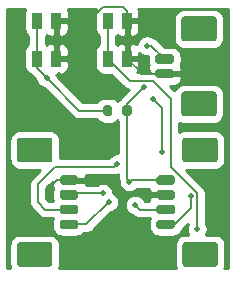
<source format=gbl>
G04 #@! TF.GenerationSoftware,KiCad,Pcbnew,(5.1.10)-1*
G04 #@! TF.CreationDate,2021-06-29T15:19:49+09:00*
G04 #@! TF.ProjectId,BLE_PPG_v1.1,424c455f-5050-4475-9f76-312e312e6b69,rev?*
G04 #@! TF.SameCoordinates,Original*
G04 #@! TF.FileFunction,Copper,L2,Bot*
G04 #@! TF.FilePolarity,Positive*
%FSLAX46Y46*%
G04 Gerber Fmt 4.6, Leading zero omitted, Abs format (unit mm)*
G04 Created by KiCad (PCBNEW (5.1.10)-1) date 2021-06-29 15:19:49*
%MOMM*%
%LPD*%
G01*
G04 APERTURE LIST*
G04 #@! TA.AperFunction,SMDPad,CuDef*
%ADD10R,0.812800X1.422400*%
G04 #@! TD*
G04 #@! TA.AperFunction,ViaPad*
%ADD11C,0.500000*%
G04 #@! TD*
G04 #@! TA.AperFunction,Conductor*
%ADD12C,0.203200*%
G04 #@! TD*
G04 #@! TA.AperFunction,Conductor*
%ADD13C,0.254000*%
G04 #@! TD*
G04 #@! TA.AperFunction,Conductor*
%ADD14C,0.100000*%
G04 #@! TD*
G04 APERTURE END LIST*
G04 #@! TA.AperFunction,SMDPad,CuDef*
G36*
G01*
X115750000Y-147125000D02*
X118250000Y-147125000D01*
G75*
G02*
X118500000Y-147375000I0J-250000D01*
G01*
X118500000Y-148975000D01*
G75*
G02*
X118250000Y-149225000I-250000J0D01*
G01*
X115750000Y-149225000D01*
G75*
G02*
X115500000Y-148975000I0J250000D01*
G01*
X115500000Y-147375000D01*
G75*
G02*
X115750000Y-147125000I250000J0D01*
G01*
G37*
G04 #@! TD.AperFunction*
G04 #@! TA.AperFunction,SMDPad,CuDef*
G36*
G01*
X115750000Y-138275000D02*
X118250000Y-138275000D01*
G75*
G02*
X118500000Y-138525000I0J-250000D01*
G01*
X118500000Y-140125000D01*
G75*
G02*
X118250000Y-140375000I-250000J0D01*
G01*
X115750000Y-140375000D01*
G75*
G02*
X115500000Y-140125000I0J250000D01*
G01*
X115500000Y-138525000D01*
G75*
G02*
X115750000Y-138275000I250000J0D01*
G01*
G37*
G04 #@! TD.AperFunction*
G04 #@! TA.AperFunction,SMDPad,CuDef*
G36*
G01*
X113500000Y-145225000D02*
X114700000Y-145225000D01*
G75*
G02*
X114900000Y-145425000I0J-200000D01*
G01*
X114900000Y-145825000D01*
G75*
G02*
X114700000Y-146025000I-200000J0D01*
G01*
X113500000Y-146025000D01*
G75*
G02*
X113300000Y-145825000I0J200000D01*
G01*
X113300000Y-145425000D01*
G75*
G02*
X113500000Y-145225000I200000J0D01*
G01*
G37*
G04 #@! TD.AperFunction*
G04 #@! TA.AperFunction,SMDPad,CuDef*
G36*
G01*
X113500000Y-143975000D02*
X114700000Y-143975000D01*
G75*
G02*
X114900000Y-144175000I0J-200000D01*
G01*
X114900000Y-144575000D01*
G75*
G02*
X114700000Y-144775000I-200000J0D01*
G01*
X113500000Y-144775000D01*
G75*
G02*
X113300000Y-144575000I0J200000D01*
G01*
X113300000Y-144175000D01*
G75*
G02*
X113500000Y-143975000I200000J0D01*
G01*
G37*
G04 #@! TD.AperFunction*
G04 #@! TA.AperFunction,SMDPad,CuDef*
G36*
G01*
X113500000Y-142725000D02*
X114700000Y-142725000D01*
G75*
G02*
X114900000Y-142925000I0J-200000D01*
G01*
X114900000Y-143325000D01*
G75*
G02*
X114700000Y-143525000I-200000J0D01*
G01*
X113500000Y-143525000D01*
G75*
G02*
X113300000Y-143325000I0J200000D01*
G01*
X113300000Y-142925000D01*
G75*
G02*
X113500000Y-142725000I200000J0D01*
G01*
G37*
G04 #@! TD.AperFunction*
G04 #@! TA.AperFunction,SMDPad,CuDef*
G36*
G01*
X113500000Y-141475000D02*
X114700000Y-141475000D01*
G75*
G02*
X114900000Y-141675000I0J-200000D01*
G01*
X114900000Y-142075000D01*
G75*
G02*
X114700000Y-142275000I-200000J0D01*
G01*
X113500000Y-142275000D01*
G75*
G02*
X113300000Y-142075000I0J200000D01*
G01*
X113300000Y-141675000D01*
G75*
G02*
X113500000Y-141475000I200000J0D01*
G01*
G37*
G04 #@! TD.AperFunction*
D10*
X103175000Y-131600200D03*
X104825000Y-131600200D03*
X104825000Y-128399800D03*
X103175000Y-128399800D03*
X109175000Y-131600200D03*
X110825000Y-131600200D03*
X110825000Y-128399800D03*
X109175000Y-128399800D03*
G04 #@! TA.AperFunction,SMDPad,CuDef*
G36*
G01*
X108775000Y-136275000D02*
X108775000Y-135725000D01*
G75*
G02*
X108975000Y-135525000I200000J0D01*
G01*
X109375000Y-135525000D01*
G75*
G02*
X109575000Y-135725000I0J-200000D01*
G01*
X109575000Y-136275000D01*
G75*
G02*
X109375000Y-136475000I-200000J0D01*
G01*
X108975000Y-136475000D01*
G75*
G02*
X108775000Y-136275000I0J200000D01*
G01*
G37*
G04 #@! TD.AperFunction*
G04 #@! TA.AperFunction,SMDPad,CuDef*
G36*
G01*
X110425000Y-136275000D02*
X110425000Y-135725000D01*
G75*
G02*
X110625000Y-135525000I200000J0D01*
G01*
X111025000Y-135525000D01*
G75*
G02*
X111225000Y-135725000I0J-200000D01*
G01*
X111225000Y-136275000D01*
G75*
G02*
X111025000Y-136475000I-200000J0D01*
G01*
X110625000Y-136475000D01*
G75*
G02*
X110425000Y-136275000I0J200000D01*
G01*
G37*
G04 #@! TD.AperFunction*
G04 #@! TA.AperFunction,SMDPad,CuDef*
G36*
G01*
X115649999Y-134375000D02*
X118150001Y-134375000D01*
G75*
G02*
X118400000Y-134624999I0J-249999D01*
G01*
X118400000Y-136225001D01*
G75*
G02*
X118150001Y-136475000I-249999J0D01*
G01*
X115649999Y-136475000D01*
G75*
G02*
X115400000Y-136225001I0J249999D01*
G01*
X115400000Y-134624999D01*
G75*
G02*
X115649999Y-134375000I249999J0D01*
G01*
G37*
G04 #@! TD.AperFunction*
G04 #@! TA.AperFunction,SMDPad,CuDef*
G36*
G01*
X115649999Y-128025000D02*
X118150001Y-128025000D01*
G75*
G02*
X118400000Y-128274999I0J-249999D01*
G01*
X118400000Y-129875001D01*
G75*
G02*
X118150001Y-130125000I-249999J0D01*
G01*
X115649999Y-130125000D01*
G75*
G02*
X115400000Y-129875001I0J249999D01*
G01*
X115400000Y-128274999D01*
G75*
G02*
X115649999Y-128025000I249999J0D01*
G01*
G37*
G04 #@! TD.AperFunction*
G04 #@! TA.AperFunction,SMDPad,CuDef*
G36*
G01*
X113400000Y-132475000D02*
X114600000Y-132475000D01*
G75*
G02*
X114800000Y-132675000I0J-200000D01*
G01*
X114800000Y-133075000D01*
G75*
G02*
X114600000Y-133275000I-200000J0D01*
G01*
X113400000Y-133275000D01*
G75*
G02*
X113200000Y-133075000I0J200000D01*
G01*
X113200000Y-132675000D01*
G75*
G02*
X113400000Y-132475000I200000J0D01*
G01*
G37*
G04 #@! TD.AperFunction*
G04 #@! TA.AperFunction,SMDPad,CuDef*
G36*
G01*
X113400000Y-131225000D02*
X114600000Y-131225000D01*
G75*
G02*
X114800000Y-131425000I0J-200000D01*
G01*
X114800000Y-131825000D01*
G75*
G02*
X114600000Y-132025000I-200000J0D01*
G01*
X113400000Y-132025000D01*
G75*
G02*
X113200000Y-131825000I0J200000D01*
G01*
X113200000Y-131425000D01*
G75*
G02*
X113400000Y-131225000I200000J0D01*
G01*
G37*
G04 #@! TD.AperFunction*
G04 #@! TA.AperFunction,SMDPad,CuDef*
G36*
G01*
X104250001Y-140375000D02*
X101749999Y-140375000D01*
G75*
G02*
X101500000Y-140125001I0J249999D01*
G01*
X101500000Y-138524999D01*
G75*
G02*
X101749999Y-138275000I249999J0D01*
G01*
X104250001Y-138275000D01*
G75*
G02*
X104500000Y-138524999I0J-249999D01*
G01*
X104500000Y-140125001D01*
G75*
G02*
X104250001Y-140375000I-249999J0D01*
G01*
G37*
G04 #@! TD.AperFunction*
G04 #@! TA.AperFunction,SMDPad,CuDef*
G36*
G01*
X104250001Y-149225000D02*
X101749999Y-149225000D01*
G75*
G02*
X101500000Y-148975001I0J249999D01*
G01*
X101500000Y-147374999D01*
G75*
G02*
X101749999Y-147125000I249999J0D01*
G01*
X104250001Y-147125000D01*
G75*
G02*
X104500000Y-147374999I0J-249999D01*
G01*
X104500000Y-148975001D01*
G75*
G02*
X104250001Y-149225000I-249999J0D01*
G01*
G37*
G04 #@! TD.AperFunction*
G04 #@! TA.AperFunction,SMDPad,CuDef*
G36*
G01*
X106500000Y-142275000D02*
X105300000Y-142275000D01*
G75*
G02*
X105100000Y-142075000I0J200000D01*
G01*
X105100000Y-141675000D01*
G75*
G02*
X105300000Y-141475000I200000J0D01*
G01*
X106500000Y-141475000D01*
G75*
G02*
X106700000Y-141675000I0J-200000D01*
G01*
X106700000Y-142075000D01*
G75*
G02*
X106500000Y-142275000I-200000J0D01*
G01*
G37*
G04 #@! TD.AperFunction*
G04 #@! TA.AperFunction,SMDPad,CuDef*
G36*
G01*
X106500000Y-143525000D02*
X105300000Y-143525000D01*
G75*
G02*
X105100000Y-143325000I0J200000D01*
G01*
X105100000Y-142925000D01*
G75*
G02*
X105300000Y-142725000I200000J0D01*
G01*
X106500000Y-142725000D01*
G75*
G02*
X106700000Y-142925000I0J-200000D01*
G01*
X106700000Y-143325000D01*
G75*
G02*
X106500000Y-143525000I-200000J0D01*
G01*
G37*
G04 #@! TD.AperFunction*
G04 #@! TA.AperFunction,SMDPad,CuDef*
G36*
G01*
X106500000Y-144775000D02*
X105300000Y-144775000D01*
G75*
G02*
X105100000Y-144575000I0J200000D01*
G01*
X105100000Y-144175000D01*
G75*
G02*
X105300000Y-143975000I200000J0D01*
G01*
X106500000Y-143975000D01*
G75*
G02*
X106700000Y-144175000I0J-200000D01*
G01*
X106700000Y-144575000D01*
G75*
G02*
X106500000Y-144775000I-200000J0D01*
G01*
G37*
G04 #@! TD.AperFunction*
G04 #@! TA.AperFunction,SMDPad,CuDef*
G36*
G01*
X106500000Y-146025000D02*
X105300000Y-146025000D01*
G75*
G02*
X105100000Y-145825000I0J200000D01*
G01*
X105100000Y-145425000D01*
G75*
G02*
X105300000Y-145225000I200000J0D01*
G01*
X106500000Y-145225000D01*
G75*
G02*
X106700000Y-145425000I0J-200000D01*
G01*
X106700000Y-145825000D01*
G75*
G02*
X106500000Y-146025000I-200000J0D01*
G01*
G37*
G04 #@! TD.AperFunction*
D11*
X107250000Y-128750000D03*
X104250000Y-142500000D03*
X111987400Y-132762600D03*
X109375000Y-141875000D03*
X108750000Y-143000000D03*
X110000000Y-140500000D03*
X112500000Y-130500000D03*
X111000000Y-142000000D03*
X109250000Y-143750000D03*
X112250000Y-134000000D03*
X116750000Y-146000000D03*
X116250000Y-143250000D03*
X111500000Y-144000000D03*
X113750000Y-139500000D03*
X113000000Y-135000000D03*
X104000000Y-133250000D03*
D12*
X106899800Y-128399800D02*
X104825000Y-128399800D01*
X107250000Y-128750000D02*
X106899800Y-128399800D01*
X110825000Y-128399800D02*
X110825000Y-127575000D01*
X110825000Y-127575000D02*
X110500000Y-127250000D01*
X108750000Y-127250000D02*
X107250000Y-128750000D01*
X110500000Y-127250000D02*
X108750000Y-127250000D01*
X110825000Y-128399800D02*
X110825000Y-131600200D01*
X112099800Y-132875000D02*
X114000000Y-132875000D01*
X104875000Y-141875000D02*
X105900000Y-141875000D01*
X104250000Y-142500000D02*
X104875000Y-141875000D01*
X105900000Y-141875000D02*
X109375000Y-141875000D01*
X110625000Y-143125000D02*
X114100000Y-143125000D01*
X109375000Y-141875000D02*
X110625000Y-143125000D01*
X111987400Y-132762600D02*
X112099800Y-132875000D01*
X110825000Y-131600200D02*
X111987400Y-132762600D01*
X106025000Y-143000000D02*
X105900000Y-143125000D01*
X108750000Y-143000000D02*
X106025000Y-143000000D01*
X109750001Y-140749999D02*
X104750001Y-140749999D01*
X110000000Y-140500000D02*
X109750001Y-140749999D01*
X104750001Y-140749999D02*
X103250000Y-142250000D01*
X103250000Y-142250000D02*
X103250000Y-143750000D01*
X103875000Y-144375000D02*
X105900000Y-144375000D01*
X103250000Y-143750000D02*
X103875000Y-144375000D01*
X112875000Y-130500000D02*
X114000000Y-131625000D01*
X112500000Y-130500000D02*
X112875000Y-130500000D01*
X111125000Y-141875000D02*
X111000000Y-142000000D01*
X114100000Y-141875000D02*
X111125000Y-141875000D01*
X107375000Y-145625000D02*
X105900000Y-145625000D01*
X109250000Y-143750000D02*
X107375000Y-145625000D01*
X110825000Y-141825000D02*
X111000000Y-142000000D01*
X110825000Y-136000000D02*
X110825000Y-141825000D01*
X110825000Y-135425000D02*
X112250000Y-134000000D01*
X110825000Y-136000000D02*
X110825000Y-135425000D01*
X109175000Y-128399800D02*
X109175000Y-131600200D01*
X111070799Y-133495999D02*
X112995999Y-133495999D01*
X109175000Y-131600200D02*
X111070799Y-133495999D01*
X112995999Y-133495999D02*
X114500000Y-135000000D01*
X116754001Y-145995999D02*
X116750000Y-146000000D01*
X116754001Y-143008079D02*
X116754001Y-145995999D01*
X114500000Y-140754078D02*
X116754001Y-143008079D01*
X114500000Y-135000000D02*
X114500000Y-140754078D01*
X114900000Y-145625000D02*
X114100000Y-145625000D01*
X116250000Y-144275000D02*
X114900000Y-145625000D01*
X116250000Y-143250000D02*
X116250000Y-144275000D01*
X114100000Y-144375000D02*
X111875000Y-144375000D01*
X111875000Y-144375000D02*
X111500000Y-144000000D01*
X113750000Y-135750000D02*
X113000000Y-135000000D01*
X113750000Y-139500000D02*
X113750000Y-135750000D01*
X103175000Y-132425000D02*
X104000000Y-133250000D01*
X103175000Y-128399800D02*
X103175000Y-132425000D01*
X106750000Y-136000000D02*
X104000000Y-133250000D01*
X109175000Y-136000000D02*
X106750000Y-136000000D01*
D13*
X119340001Y-149340000D02*
X119057029Y-149340000D01*
X119070472Y-149314850D01*
X119121008Y-149148254D01*
X119138072Y-148975000D01*
X119138072Y-147375000D01*
X119121008Y-147201746D01*
X119070472Y-147035150D01*
X118988405Y-146881614D01*
X118877962Y-146747038D01*
X118743386Y-146636595D01*
X118589850Y-146554528D01*
X118423254Y-146503992D01*
X118250000Y-146486928D01*
X117489026Y-146486928D01*
X117534277Y-146419205D01*
X117600990Y-146258145D01*
X117635000Y-146087165D01*
X117635000Y-145912835D01*
X117600990Y-145741855D01*
X117534277Y-145580795D01*
X117490601Y-145515430D01*
X117490601Y-143044265D01*
X117494165Y-143008079D01*
X117479943Y-142863680D01*
X117477492Y-142855601D01*
X117437823Y-142724830D01*
X117369425Y-142596866D01*
X117343408Y-142565164D01*
X117300443Y-142512811D01*
X117300438Y-142512806D01*
X117277375Y-142484704D01*
X117249274Y-142461642D01*
X115800703Y-141013072D01*
X118250000Y-141013072D01*
X118423254Y-140996008D01*
X118589850Y-140945472D01*
X118743386Y-140863405D01*
X118877962Y-140752962D01*
X118988405Y-140618386D01*
X119070472Y-140464850D01*
X119121008Y-140298254D01*
X119138072Y-140125000D01*
X119138072Y-138525000D01*
X119121008Y-138351746D01*
X119070472Y-138185150D01*
X118988405Y-138031614D01*
X118877962Y-137897038D01*
X118743386Y-137786595D01*
X118589850Y-137704528D01*
X118423254Y-137653992D01*
X118250000Y-137636928D01*
X115750000Y-137636928D01*
X115576746Y-137653992D01*
X115410150Y-137704528D01*
X115256614Y-137786595D01*
X115236600Y-137803020D01*
X115236600Y-137006159D01*
X115310149Y-137045472D01*
X115476745Y-137096008D01*
X115649999Y-137113072D01*
X118150001Y-137113072D01*
X118323255Y-137096008D01*
X118489851Y-137045472D01*
X118643387Y-136963405D01*
X118777962Y-136852962D01*
X118888405Y-136718387D01*
X118970472Y-136564851D01*
X119021008Y-136398255D01*
X119038072Y-136225001D01*
X119038072Y-134624999D01*
X119021008Y-134451745D01*
X118970472Y-134285149D01*
X118888405Y-134131613D01*
X118777962Y-133997038D01*
X118643387Y-133886595D01*
X118489851Y-133804528D01*
X118323255Y-133753992D01*
X118150001Y-133736928D01*
X115649999Y-133736928D01*
X115476745Y-133753992D01*
X115310149Y-133804528D01*
X115156613Y-133886595D01*
X115022038Y-133997038D01*
X114911595Y-134131613D01*
X114829528Y-134285149D01*
X114828907Y-134287197D01*
X114452707Y-133910997D01*
X114800000Y-133913072D01*
X114924482Y-133900812D01*
X115044180Y-133864502D01*
X115154494Y-133805537D01*
X115251185Y-133726185D01*
X115330537Y-133629494D01*
X115389502Y-133519180D01*
X115425812Y-133399482D01*
X115438072Y-133275000D01*
X115435000Y-133160750D01*
X115276250Y-133002000D01*
X114127000Y-133002000D01*
X114127000Y-133022000D01*
X113873000Y-133022000D01*
X113873000Y-133002000D01*
X113853000Y-133002000D01*
X113853000Y-132748000D01*
X113873000Y-132748000D01*
X113873000Y-132728000D01*
X114127000Y-132728000D01*
X114127000Y-132748000D01*
X115276250Y-132748000D01*
X115435000Y-132589250D01*
X115438072Y-132475000D01*
X115425812Y-132350518D01*
X115389502Y-132230820D01*
X115359145Y-132174027D01*
X115374278Y-132145716D01*
X115421969Y-131988500D01*
X115438072Y-131825000D01*
X115438072Y-131425000D01*
X115421969Y-131261500D01*
X115374278Y-131104284D01*
X115296831Y-130959392D01*
X115192606Y-130832394D01*
X115065608Y-130728169D01*
X114920716Y-130650722D01*
X114763500Y-130603031D01*
X114600000Y-130586928D01*
X114003638Y-130586928D01*
X113421445Y-130004736D01*
X113398375Y-129976625D01*
X113286213Y-129884576D01*
X113158249Y-129816178D01*
X113019399Y-129774058D01*
X113004281Y-129772569D01*
X112919205Y-129715723D01*
X112758145Y-129649010D01*
X112587165Y-129615000D01*
X112412835Y-129615000D01*
X112241855Y-129649010D01*
X112080795Y-129715723D01*
X111935845Y-129812576D01*
X111812576Y-129935845D01*
X111715723Y-130080795D01*
X111649010Y-130241855D01*
X111620213Y-130386628D01*
X111585894Y-130358463D01*
X111475580Y-130299498D01*
X111355882Y-130263188D01*
X111231400Y-130250928D01*
X111110750Y-130254000D01*
X110952000Y-130412750D01*
X110952000Y-131473200D01*
X111707650Y-131473200D01*
X111866400Y-131314450D01*
X111867808Y-131119387D01*
X111935845Y-131187424D01*
X112080795Y-131284277D01*
X112241855Y-131350990D01*
X112412835Y-131385000D01*
X112565868Y-131385000D01*
X112561928Y-131425000D01*
X112561928Y-131825000D01*
X112578031Y-131988500D01*
X112625722Y-132145716D01*
X112640855Y-132174027D01*
X112610498Y-132230820D01*
X112574188Y-132350518D01*
X112561928Y-132475000D01*
X112565000Y-132589250D01*
X112723748Y-132747998D01*
X112565000Y-132747998D01*
X112565000Y-132759399D01*
X111685200Y-132759399D01*
X111761937Y-132665894D01*
X111820902Y-132555580D01*
X111857212Y-132435882D01*
X111869472Y-132311400D01*
X111866400Y-131885950D01*
X111707650Y-131727200D01*
X110952000Y-131727200D01*
X110952000Y-131747200D01*
X110698000Y-131747200D01*
X110698000Y-131727200D01*
X110678000Y-131727200D01*
X110678000Y-131473200D01*
X110698000Y-131473200D01*
X110698000Y-130412750D01*
X110539250Y-130254000D01*
X110418600Y-130250928D01*
X110294118Y-130263188D01*
X110174420Y-130299498D01*
X110064106Y-130358463D01*
X110000000Y-130411073D01*
X109935894Y-130358463D01*
X109911600Y-130345477D01*
X109911600Y-129654523D01*
X109935894Y-129641537D01*
X110000000Y-129588927D01*
X110064106Y-129641537D01*
X110174420Y-129700502D01*
X110294118Y-129736812D01*
X110418600Y-129749072D01*
X110539250Y-129746000D01*
X110698000Y-129587250D01*
X110698000Y-128526800D01*
X110952000Y-128526800D01*
X110952000Y-129587250D01*
X111110750Y-129746000D01*
X111231400Y-129749072D01*
X111355882Y-129736812D01*
X111475580Y-129700502D01*
X111585894Y-129641537D01*
X111682585Y-129562185D01*
X111761937Y-129465494D01*
X111820902Y-129355180D01*
X111857212Y-129235482D01*
X111869472Y-129111000D01*
X111866400Y-128685550D01*
X111707650Y-128526800D01*
X110952000Y-128526800D01*
X110698000Y-128526800D01*
X110678000Y-128526800D01*
X110678000Y-128274999D01*
X114761928Y-128274999D01*
X114761928Y-129875001D01*
X114778992Y-130048255D01*
X114829528Y-130214851D01*
X114911595Y-130368387D01*
X115022038Y-130502962D01*
X115156613Y-130613405D01*
X115310149Y-130695472D01*
X115476745Y-130746008D01*
X115649999Y-130763072D01*
X118150001Y-130763072D01*
X118323255Y-130746008D01*
X118489851Y-130695472D01*
X118643387Y-130613405D01*
X118777962Y-130502962D01*
X118888405Y-130368387D01*
X118970472Y-130214851D01*
X119021008Y-130048255D01*
X119038072Y-129875001D01*
X119038072Y-128274999D01*
X119021008Y-128101745D01*
X118970472Y-127935149D01*
X118888405Y-127781613D01*
X118777962Y-127647038D01*
X118643387Y-127536595D01*
X118489851Y-127454528D01*
X118323255Y-127403992D01*
X118150001Y-127386928D01*
X115649999Y-127386928D01*
X115476745Y-127403992D01*
X115310149Y-127454528D01*
X115156613Y-127536595D01*
X115022038Y-127647038D01*
X114911595Y-127781613D01*
X114829528Y-127935149D01*
X114778992Y-128101745D01*
X114761928Y-128274999D01*
X110678000Y-128274999D01*
X110678000Y-128272800D01*
X110698000Y-128272800D01*
X110698000Y-128252800D01*
X110952000Y-128252800D01*
X110952000Y-128272800D01*
X111707650Y-128272800D01*
X111866400Y-128114050D01*
X111869472Y-127688600D01*
X111857212Y-127564118D01*
X111820902Y-127444420D01*
X111784865Y-127377000D01*
X119340000Y-127377000D01*
X119340001Y-149340000D01*
G04 #@! TA.AperFunction,Conductor*
D14*
G36*
X119340001Y-149340000D02*
G01*
X119057029Y-149340000D01*
X119070472Y-149314850D01*
X119121008Y-149148254D01*
X119138072Y-148975000D01*
X119138072Y-147375000D01*
X119121008Y-147201746D01*
X119070472Y-147035150D01*
X118988405Y-146881614D01*
X118877962Y-146747038D01*
X118743386Y-146636595D01*
X118589850Y-146554528D01*
X118423254Y-146503992D01*
X118250000Y-146486928D01*
X117489026Y-146486928D01*
X117534277Y-146419205D01*
X117600990Y-146258145D01*
X117635000Y-146087165D01*
X117635000Y-145912835D01*
X117600990Y-145741855D01*
X117534277Y-145580795D01*
X117490601Y-145515430D01*
X117490601Y-143044265D01*
X117494165Y-143008079D01*
X117479943Y-142863680D01*
X117477492Y-142855601D01*
X117437823Y-142724830D01*
X117369425Y-142596866D01*
X117343408Y-142565164D01*
X117300443Y-142512811D01*
X117300438Y-142512806D01*
X117277375Y-142484704D01*
X117249274Y-142461642D01*
X115800703Y-141013072D01*
X118250000Y-141013072D01*
X118423254Y-140996008D01*
X118589850Y-140945472D01*
X118743386Y-140863405D01*
X118877962Y-140752962D01*
X118988405Y-140618386D01*
X119070472Y-140464850D01*
X119121008Y-140298254D01*
X119138072Y-140125000D01*
X119138072Y-138525000D01*
X119121008Y-138351746D01*
X119070472Y-138185150D01*
X118988405Y-138031614D01*
X118877962Y-137897038D01*
X118743386Y-137786595D01*
X118589850Y-137704528D01*
X118423254Y-137653992D01*
X118250000Y-137636928D01*
X115750000Y-137636928D01*
X115576746Y-137653992D01*
X115410150Y-137704528D01*
X115256614Y-137786595D01*
X115236600Y-137803020D01*
X115236600Y-137006159D01*
X115310149Y-137045472D01*
X115476745Y-137096008D01*
X115649999Y-137113072D01*
X118150001Y-137113072D01*
X118323255Y-137096008D01*
X118489851Y-137045472D01*
X118643387Y-136963405D01*
X118777962Y-136852962D01*
X118888405Y-136718387D01*
X118970472Y-136564851D01*
X119021008Y-136398255D01*
X119038072Y-136225001D01*
X119038072Y-134624999D01*
X119021008Y-134451745D01*
X118970472Y-134285149D01*
X118888405Y-134131613D01*
X118777962Y-133997038D01*
X118643387Y-133886595D01*
X118489851Y-133804528D01*
X118323255Y-133753992D01*
X118150001Y-133736928D01*
X115649999Y-133736928D01*
X115476745Y-133753992D01*
X115310149Y-133804528D01*
X115156613Y-133886595D01*
X115022038Y-133997038D01*
X114911595Y-134131613D01*
X114829528Y-134285149D01*
X114828907Y-134287197D01*
X114452707Y-133910997D01*
X114800000Y-133913072D01*
X114924482Y-133900812D01*
X115044180Y-133864502D01*
X115154494Y-133805537D01*
X115251185Y-133726185D01*
X115330537Y-133629494D01*
X115389502Y-133519180D01*
X115425812Y-133399482D01*
X115438072Y-133275000D01*
X115435000Y-133160750D01*
X115276250Y-133002000D01*
X114127000Y-133002000D01*
X114127000Y-133022000D01*
X113873000Y-133022000D01*
X113873000Y-133002000D01*
X113853000Y-133002000D01*
X113853000Y-132748000D01*
X113873000Y-132748000D01*
X113873000Y-132728000D01*
X114127000Y-132728000D01*
X114127000Y-132748000D01*
X115276250Y-132748000D01*
X115435000Y-132589250D01*
X115438072Y-132475000D01*
X115425812Y-132350518D01*
X115389502Y-132230820D01*
X115359145Y-132174027D01*
X115374278Y-132145716D01*
X115421969Y-131988500D01*
X115438072Y-131825000D01*
X115438072Y-131425000D01*
X115421969Y-131261500D01*
X115374278Y-131104284D01*
X115296831Y-130959392D01*
X115192606Y-130832394D01*
X115065608Y-130728169D01*
X114920716Y-130650722D01*
X114763500Y-130603031D01*
X114600000Y-130586928D01*
X114003638Y-130586928D01*
X113421445Y-130004736D01*
X113398375Y-129976625D01*
X113286213Y-129884576D01*
X113158249Y-129816178D01*
X113019399Y-129774058D01*
X113004281Y-129772569D01*
X112919205Y-129715723D01*
X112758145Y-129649010D01*
X112587165Y-129615000D01*
X112412835Y-129615000D01*
X112241855Y-129649010D01*
X112080795Y-129715723D01*
X111935845Y-129812576D01*
X111812576Y-129935845D01*
X111715723Y-130080795D01*
X111649010Y-130241855D01*
X111620213Y-130386628D01*
X111585894Y-130358463D01*
X111475580Y-130299498D01*
X111355882Y-130263188D01*
X111231400Y-130250928D01*
X111110750Y-130254000D01*
X110952000Y-130412750D01*
X110952000Y-131473200D01*
X111707650Y-131473200D01*
X111866400Y-131314450D01*
X111867808Y-131119387D01*
X111935845Y-131187424D01*
X112080795Y-131284277D01*
X112241855Y-131350990D01*
X112412835Y-131385000D01*
X112565868Y-131385000D01*
X112561928Y-131425000D01*
X112561928Y-131825000D01*
X112578031Y-131988500D01*
X112625722Y-132145716D01*
X112640855Y-132174027D01*
X112610498Y-132230820D01*
X112574188Y-132350518D01*
X112561928Y-132475000D01*
X112565000Y-132589250D01*
X112723748Y-132747998D01*
X112565000Y-132747998D01*
X112565000Y-132759399D01*
X111685200Y-132759399D01*
X111761937Y-132665894D01*
X111820902Y-132555580D01*
X111857212Y-132435882D01*
X111869472Y-132311400D01*
X111866400Y-131885950D01*
X111707650Y-131727200D01*
X110952000Y-131727200D01*
X110952000Y-131747200D01*
X110698000Y-131747200D01*
X110698000Y-131727200D01*
X110678000Y-131727200D01*
X110678000Y-131473200D01*
X110698000Y-131473200D01*
X110698000Y-130412750D01*
X110539250Y-130254000D01*
X110418600Y-130250928D01*
X110294118Y-130263188D01*
X110174420Y-130299498D01*
X110064106Y-130358463D01*
X110000000Y-130411073D01*
X109935894Y-130358463D01*
X109911600Y-130345477D01*
X109911600Y-129654523D01*
X109935894Y-129641537D01*
X110000000Y-129588927D01*
X110064106Y-129641537D01*
X110174420Y-129700502D01*
X110294118Y-129736812D01*
X110418600Y-129749072D01*
X110539250Y-129746000D01*
X110698000Y-129587250D01*
X110698000Y-128526800D01*
X110952000Y-128526800D01*
X110952000Y-129587250D01*
X111110750Y-129746000D01*
X111231400Y-129749072D01*
X111355882Y-129736812D01*
X111475580Y-129700502D01*
X111585894Y-129641537D01*
X111682585Y-129562185D01*
X111761937Y-129465494D01*
X111820902Y-129355180D01*
X111857212Y-129235482D01*
X111869472Y-129111000D01*
X111866400Y-128685550D01*
X111707650Y-128526800D01*
X110952000Y-128526800D01*
X110698000Y-128526800D01*
X110678000Y-128526800D01*
X110678000Y-128274999D01*
X114761928Y-128274999D01*
X114761928Y-129875001D01*
X114778992Y-130048255D01*
X114829528Y-130214851D01*
X114911595Y-130368387D01*
X115022038Y-130502962D01*
X115156613Y-130613405D01*
X115310149Y-130695472D01*
X115476745Y-130746008D01*
X115649999Y-130763072D01*
X118150001Y-130763072D01*
X118323255Y-130746008D01*
X118489851Y-130695472D01*
X118643387Y-130613405D01*
X118777962Y-130502962D01*
X118888405Y-130368387D01*
X118970472Y-130214851D01*
X119021008Y-130048255D01*
X119038072Y-129875001D01*
X119038072Y-128274999D01*
X119021008Y-128101745D01*
X118970472Y-127935149D01*
X118888405Y-127781613D01*
X118777962Y-127647038D01*
X118643387Y-127536595D01*
X118489851Y-127454528D01*
X118323255Y-127403992D01*
X118150001Y-127386928D01*
X115649999Y-127386928D01*
X115476745Y-127403992D01*
X115310149Y-127454528D01*
X115156613Y-127536595D01*
X115022038Y-127647038D01*
X114911595Y-127781613D01*
X114829528Y-127935149D01*
X114778992Y-128101745D01*
X114761928Y-128274999D01*
X110678000Y-128274999D01*
X110678000Y-128272800D01*
X110698000Y-128272800D01*
X110698000Y-128252800D01*
X110952000Y-128252800D01*
X110952000Y-128272800D01*
X111707650Y-128272800D01*
X111866400Y-128114050D01*
X111869472Y-127688600D01*
X111857212Y-127564118D01*
X111820902Y-127444420D01*
X111784865Y-127377000D01*
X119340000Y-127377000D01*
X119340001Y-149340000D01*
G37*
G04 #@! TD.AperFunction*
D13*
X102179098Y-127444420D02*
X102142788Y-127564118D01*
X102130528Y-127688600D01*
X102130528Y-129111000D01*
X102142788Y-129235482D01*
X102179098Y-129355180D01*
X102238063Y-129465494D01*
X102317415Y-129562185D01*
X102414106Y-129641537D01*
X102438400Y-129654523D01*
X102438400Y-130345477D01*
X102414106Y-130358463D01*
X102317415Y-130437815D01*
X102238063Y-130534506D01*
X102179098Y-130644820D01*
X102142788Y-130764518D01*
X102130528Y-130889000D01*
X102130528Y-132311400D01*
X102142788Y-132435882D01*
X102179098Y-132555580D01*
X102238063Y-132665894D01*
X102317415Y-132762585D01*
X102414106Y-132841937D01*
X102524420Y-132900902D01*
X102641917Y-132936544D01*
X102651626Y-132948375D01*
X102679732Y-132971441D01*
X103132268Y-133423978D01*
X103149010Y-133508145D01*
X103215723Y-133669205D01*
X103312576Y-133814155D01*
X103435845Y-133937424D01*
X103580795Y-134034277D01*
X103741855Y-134100990D01*
X103826023Y-134117732D01*
X106203559Y-136495269D01*
X106226625Y-136523375D01*
X106338787Y-136615424D01*
X106466751Y-136683822D01*
X106605601Y-136725942D01*
X106713814Y-136736600D01*
X106713823Y-136736600D01*
X106749999Y-136740163D01*
X106786175Y-136736600D01*
X108276027Y-136736600D01*
X108278169Y-136740608D01*
X108382394Y-136867606D01*
X108509392Y-136971831D01*
X108654284Y-137049278D01*
X108811500Y-137096969D01*
X108975000Y-137113072D01*
X109375000Y-137113072D01*
X109538500Y-137096969D01*
X109695716Y-137049278D01*
X109840608Y-136971831D01*
X109967606Y-136867606D01*
X110000000Y-136828134D01*
X110032394Y-136867606D01*
X110088400Y-136913569D01*
X110088401Y-139615246D01*
X110087165Y-139615000D01*
X109912835Y-139615000D01*
X109741855Y-139649010D01*
X109580795Y-139715723D01*
X109435845Y-139812576D01*
X109312576Y-139935845D01*
X109260756Y-140013399D01*
X105138072Y-140013399D01*
X105138072Y-138524999D01*
X105121008Y-138351745D01*
X105070472Y-138185149D01*
X104988405Y-138031613D01*
X104877962Y-137897038D01*
X104743387Y-137786595D01*
X104589851Y-137704528D01*
X104423255Y-137653992D01*
X104250001Y-137636928D01*
X101749999Y-137636928D01*
X101576745Y-137653992D01*
X101410149Y-137704528D01*
X101256613Y-137786595D01*
X101122038Y-137897038D01*
X101011595Y-138031613D01*
X100929528Y-138185149D01*
X100878992Y-138351745D01*
X100861928Y-138524999D01*
X100861928Y-140125001D01*
X100878992Y-140298255D01*
X100929528Y-140464851D01*
X101011595Y-140618387D01*
X101122038Y-140752962D01*
X101256613Y-140863405D01*
X101410149Y-140945472D01*
X101576745Y-140996008D01*
X101749999Y-141013072D01*
X103445219Y-141013072D01*
X102754732Y-141703559D01*
X102726625Y-141726626D01*
X102703559Y-141754732D01*
X102703558Y-141754733D01*
X102634577Y-141838787D01*
X102634576Y-141838788D01*
X102566178Y-141966752D01*
X102524058Y-142105602D01*
X102515306Y-142194463D01*
X102509836Y-142250000D01*
X102513400Y-142286184D01*
X102513401Y-143713807D01*
X102509836Y-143750000D01*
X102522591Y-143879494D01*
X102524059Y-143894399D01*
X102529652Y-143912835D01*
X102558564Y-144008145D01*
X102566179Y-144033249D01*
X102575010Y-144049771D01*
X102634576Y-144161212D01*
X102645892Y-144175000D01*
X102726626Y-144273375D01*
X102754732Y-144296441D01*
X103328554Y-144870263D01*
X103351625Y-144898375D01*
X103463787Y-144990424D01*
X103591751Y-145058822D01*
X103730601Y-145100942D01*
X103838814Y-145111600D01*
X103838823Y-145111600D01*
X103874999Y-145115163D01*
X103911175Y-145111600D01*
X104523503Y-145111600D01*
X104478031Y-145261500D01*
X104461928Y-145425000D01*
X104461928Y-145825000D01*
X104478031Y-145988500D01*
X104525722Y-146145716D01*
X104603169Y-146290608D01*
X104707394Y-146417606D01*
X104834392Y-146521831D01*
X104979284Y-146599278D01*
X105136500Y-146646969D01*
X105300000Y-146663072D01*
X106500000Y-146663072D01*
X106663500Y-146646969D01*
X106820716Y-146599278D01*
X106965608Y-146521831D01*
X107092606Y-146417606D01*
X107138569Y-146361600D01*
X107338817Y-146361600D01*
X107375000Y-146365164D01*
X107411183Y-146361600D01*
X107411186Y-146361600D01*
X107519399Y-146350942D01*
X107658249Y-146308822D01*
X107786213Y-146240424D01*
X107898375Y-146148375D01*
X107921446Y-146120263D01*
X109423977Y-144617732D01*
X109508145Y-144600990D01*
X109669205Y-144534277D01*
X109814155Y-144437424D01*
X109937424Y-144314155D01*
X110034277Y-144169205D01*
X110100990Y-144008145D01*
X110135000Y-143837165D01*
X110135000Y-143662835D01*
X110100990Y-143491855D01*
X110034277Y-143330795D01*
X109937424Y-143185845D01*
X109814155Y-143062576D01*
X109669205Y-142965723D01*
X109635000Y-142951555D01*
X109635000Y-142912835D01*
X109600990Y-142741855D01*
X109534277Y-142580795D01*
X109437424Y-142435845D01*
X109314155Y-142312576D01*
X109169205Y-142215723D01*
X109008145Y-142149010D01*
X108837165Y-142115000D01*
X108662835Y-142115000D01*
X108491855Y-142149010D01*
X108330795Y-142215723D01*
X108259442Y-142263400D01*
X107337760Y-142263400D01*
X107335000Y-142160750D01*
X107176250Y-142002000D01*
X106027000Y-142002000D01*
X106027000Y-142022000D01*
X105773000Y-142022000D01*
X105773000Y-142002000D01*
X105753000Y-142002000D01*
X105753000Y-141748000D01*
X105773000Y-141748000D01*
X105773000Y-141728000D01*
X106027000Y-141728000D01*
X106027000Y-141748000D01*
X107176250Y-141748000D01*
X107335000Y-141589250D01*
X107337760Y-141486599D01*
X109713818Y-141486599D01*
X109750001Y-141490163D01*
X109786184Y-141486599D01*
X109786187Y-141486599D01*
X109894400Y-141475941D01*
X110033250Y-141433821D01*
X110088401Y-141404342D01*
X110088401Y-141788807D01*
X110084836Y-141825000D01*
X110093488Y-141912835D01*
X110099059Y-141969399D01*
X110114226Y-142019398D01*
X110115000Y-142021949D01*
X110115000Y-142087165D01*
X110149010Y-142258145D01*
X110215723Y-142419205D01*
X110312576Y-142564155D01*
X110435845Y-142687424D01*
X110580795Y-142784277D01*
X110741855Y-142850990D01*
X110912835Y-142885000D01*
X111087165Y-142885000D01*
X111258145Y-142850990D01*
X111419205Y-142784277D01*
X111564155Y-142687424D01*
X111639979Y-142611600D01*
X112673097Y-142611600D01*
X112661928Y-142725000D01*
X112665000Y-142839250D01*
X112823750Y-142998000D01*
X113973000Y-142998000D01*
X113973000Y-142978000D01*
X114227000Y-142978000D01*
X114227000Y-142998000D01*
X114247000Y-142998000D01*
X114247000Y-143252000D01*
X114227000Y-143252000D01*
X114227000Y-143272000D01*
X113973000Y-143272000D01*
X113973000Y-143252000D01*
X112823750Y-143252000D01*
X112665000Y-143410750D01*
X112661928Y-143525000D01*
X112673097Y-143638400D01*
X112308138Y-143638400D01*
X112284277Y-143580795D01*
X112187424Y-143435845D01*
X112064155Y-143312576D01*
X111919205Y-143215723D01*
X111758145Y-143149010D01*
X111587165Y-143115000D01*
X111412835Y-143115000D01*
X111241855Y-143149010D01*
X111080795Y-143215723D01*
X110935845Y-143312576D01*
X110812576Y-143435845D01*
X110715723Y-143580795D01*
X110649010Y-143741855D01*
X110615000Y-143912835D01*
X110615000Y-144087165D01*
X110649010Y-144258145D01*
X110715723Y-144419205D01*
X110812576Y-144564155D01*
X110935845Y-144687424D01*
X111080795Y-144784277D01*
X111241855Y-144850990D01*
X111326023Y-144867732D01*
X111328554Y-144870263D01*
X111351625Y-144898375D01*
X111463787Y-144990424D01*
X111591751Y-145058822D01*
X111730601Y-145100942D01*
X111838814Y-145111600D01*
X111838823Y-145111600D01*
X111874999Y-145115163D01*
X111911175Y-145111600D01*
X112723503Y-145111600D01*
X112678031Y-145261500D01*
X112661928Y-145425000D01*
X112661928Y-145825000D01*
X112678031Y-145988500D01*
X112725722Y-146145716D01*
X112803169Y-146290608D01*
X112907394Y-146417606D01*
X113034392Y-146521831D01*
X113179284Y-146599278D01*
X113336500Y-146646969D01*
X113500000Y-146663072D01*
X114700000Y-146663072D01*
X114863500Y-146646969D01*
X115020716Y-146599278D01*
X115165608Y-146521831D01*
X115292606Y-146417606D01*
X115396831Y-146290608D01*
X115474278Y-146145716D01*
X115497480Y-146069229D01*
X115951446Y-145615264D01*
X115899010Y-145741855D01*
X115865000Y-145912835D01*
X115865000Y-146087165D01*
X115899010Y-146258145D01*
X115965723Y-146419205D01*
X116010974Y-146486928D01*
X115750000Y-146486928D01*
X115576746Y-146503992D01*
X115410150Y-146554528D01*
X115256614Y-146636595D01*
X115122038Y-146747038D01*
X115011595Y-146881614D01*
X114929528Y-147035150D01*
X114878992Y-147201746D01*
X114861928Y-147375000D01*
X114861928Y-148975000D01*
X114878992Y-149148254D01*
X114929528Y-149314850D01*
X114942971Y-149340000D01*
X105057030Y-149340000D01*
X105070472Y-149314851D01*
X105121008Y-149148255D01*
X105138072Y-148975001D01*
X105138072Y-147374999D01*
X105121008Y-147201745D01*
X105070472Y-147035149D01*
X104988405Y-146881613D01*
X104877962Y-146747038D01*
X104743387Y-146636595D01*
X104589851Y-146554528D01*
X104423255Y-146503992D01*
X104250001Y-146486928D01*
X101749999Y-146486928D01*
X101576745Y-146503992D01*
X101410149Y-146554528D01*
X101256613Y-146636595D01*
X101122038Y-146747038D01*
X101011595Y-146881613D01*
X100929528Y-147035149D01*
X100878992Y-147201745D01*
X100861928Y-147374999D01*
X100861928Y-148975001D01*
X100878992Y-149148255D01*
X100929528Y-149314851D01*
X100942970Y-149340000D01*
X100660000Y-149340000D01*
X100660000Y-127377000D01*
X102215135Y-127377000D01*
X102179098Y-127444420D01*
G04 #@! TA.AperFunction,Conductor*
D14*
G36*
X102179098Y-127444420D02*
G01*
X102142788Y-127564118D01*
X102130528Y-127688600D01*
X102130528Y-129111000D01*
X102142788Y-129235482D01*
X102179098Y-129355180D01*
X102238063Y-129465494D01*
X102317415Y-129562185D01*
X102414106Y-129641537D01*
X102438400Y-129654523D01*
X102438400Y-130345477D01*
X102414106Y-130358463D01*
X102317415Y-130437815D01*
X102238063Y-130534506D01*
X102179098Y-130644820D01*
X102142788Y-130764518D01*
X102130528Y-130889000D01*
X102130528Y-132311400D01*
X102142788Y-132435882D01*
X102179098Y-132555580D01*
X102238063Y-132665894D01*
X102317415Y-132762585D01*
X102414106Y-132841937D01*
X102524420Y-132900902D01*
X102641917Y-132936544D01*
X102651626Y-132948375D01*
X102679732Y-132971441D01*
X103132268Y-133423978D01*
X103149010Y-133508145D01*
X103215723Y-133669205D01*
X103312576Y-133814155D01*
X103435845Y-133937424D01*
X103580795Y-134034277D01*
X103741855Y-134100990D01*
X103826023Y-134117732D01*
X106203559Y-136495269D01*
X106226625Y-136523375D01*
X106338787Y-136615424D01*
X106466751Y-136683822D01*
X106605601Y-136725942D01*
X106713814Y-136736600D01*
X106713823Y-136736600D01*
X106749999Y-136740163D01*
X106786175Y-136736600D01*
X108276027Y-136736600D01*
X108278169Y-136740608D01*
X108382394Y-136867606D01*
X108509392Y-136971831D01*
X108654284Y-137049278D01*
X108811500Y-137096969D01*
X108975000Y-137113072D01*
X109375000Y-137113072D01*
X109538500Y-137096969D01*
X109695716Y-137049278D01*
X109840608Y-136971831D01*
X109967606Y-136867606D01*
X110000000Y-136828134D01*
X110032394Y-136867606D01*
X110088400Y-136913569D01*
X110088401Y-139615246D01*
X110087165Y-139615000D01*
X109912835Y-139615000D01*
X109741855Y-139649010D01*
X109580795Y-139715723D01*
X109435845Y-139812576D01*
X109312576Y-139935845D01*
X109260756Y-140013399D01*
X105138072Y-140013399D01*
X105138072Y-138524999D01*
X105121008Y-138351745D01*
X105070472Y-138185149D01*
X104988405Y-138031613D01*
X104877962Y-137897038D01*
X104743387Y-137786595D01*
X104589851Y-137704528D01*
X104423255Y-137653992D01*
X104250001Y-137636928D01*
X101749999Y-137636928D01*
X101576745Y-137653992D01*
X101410149Y-137704528D01*
X101256613Y-137786595D01*
X101122038Y-137897038D01*
X101011595Y-138031613D01*
X100929528Y-138185149D01*
X100878992Y-138351745D01*
X100861928Y-138524999D01*
X100861928Y-140125001D01*
X100878992Y-140298255D01*
X100929528Y-140464851D01*
X101011595Y-140618387D01*
X101122038Y-140752962D01*
X101256613Y-140863405D01*
X101410149Y-140945472D01*
X101576745Y-140996008D01*
X101749999Y-141013072D01*
X103445219Y-141013072D01*
X102754732Y-141703559D01*
X102726625Y-141726626D01*
X102703559Y-141754732D01*
X102703558Y-141754733D01*
X102634577Y-141838787D01*
X102634576Y-141838788D01*
X102566178Y-141966752D01*
X102524058Y-142105602D01*
X102515306Y-142194463D01*
X102509836Y-142250000D01*
X102513400Y-142286184D01*
X102513401Y-143713807D01*
X102509836Y-143750000D01*
X102522591Y-143879494D01*
X102524059Y-143894399D01*
X102529652Y-143912835D01*
X102558564Y-144008145D01*
X102566179Y-144033249D01*
X102575010Y-144049771D01*
X102634576Y-144161212D01*
X102645892Y-144175000D01*
X102726626Y-144273375D01*
X102754732Y-144296441D01*
X103328554Y-144870263D01*
X103351625Y-144898375D01*
X103463787Y-144990424D01*
X103591751Y-145058822D01*
X103730601Y-145100942D01*
X103838814Y-145111600D01*
X103838823Y-145111600D01*
X103874999Y-145115163D01*
X103911175Y-145111600D01*
X104523503Y-145111600D01*
X104478031Y-145261500D01*
X104461928Y-145425000D01*
X104461928Y-145825000D01*
X104478031Y-145988500D01*
X104525722Y-146145716D01*
X104603169Y-146290608D01*
X104707394Y-146417606D01*
X104834392Y-146521831D01*
X104979284Y-146599278D01*
X105136500Y-146646969D01*
X105300000Y-146663072D01*
X106500000Y-146663072D01*
X106663500Y-146646969D01*
X106820716Y-146599278D01*
X106965608Y-146521831D01*
X107092606Y-146417606D01*
X107138569Y-146361600D01*
X107338817Y-146361600D01*
X107375000Y-146365164D01*
X107411183Y-146361600D01*
X107411186Y-146361600D01*
X107519399Y-146350942D01*
X107658249Y-146308822D01*
X107786213Y-146240424D01*
X107898375Y-146148375D01*
X107921446Y-146120263D01*
X109423977Y-144617732D01*
X109508145Y-144600990D01*
X109669205Y-144534277D01*
X109814155Y-144437424D01*
X109937424Y-144314155D01*
X110034277Y-144169205D01*
X110100990Y-144008145D01*
X110135000Y-143837165D01*
X110135000Y-143662835D01*
X110100990Y-143491855D01*
X110034277Y-143330795D01*
X109937424Y-143185845D01*
X109814155Y-143062576D01*
X109669205Y-142965723D01*
X109635000Y-142951555D01*
X109635000Y-142912835D01*
X109600990Y-142741855D01*
X109534277Y-142580795D01*
X109437424Y-142435845D01*
X109314155Y-142312576D01*
X109169205Y-142215723D01*
X109008145Y-142149010D01*
X108837165Y-142115000D01*
X108662835Y-142115000D01*
X108491855Y-142149010D01*
X108330795Y-142215723D01*
X108259442Y-142263400D01*
X107337760Y-142263400D01*
X107335000Y-142160750D01*
X107176250Y-142002000D01*
X106027000Y-142002000D01*
X106027000Y-142022000D01*
X105773000Y-142022000D01*
X105773000Y-142002000D01*
X105753000Y-142002000D01*
X105753000Y-141748000D01*
X105773000Y-141748000D01*
X105773000Y-141728000D01*
X106027000Y-141728000D01*
X106027000Y-141748000D01*
X107176250Y-141748000D01*
X107335000Y-141589250D01*
X107337760Y-141486599D01*
X109713818Y-141486599D01*
X109750001Y-141490163D01*
X109786184Y-141486599D01*
X109786187Y-141486599D01*
X109894400Y-141475941D01*
X110033250Y-141433821D01*
X110088401Y-141404342D01*
X110088401Y-141788807D01*
X110084836Y-141825000D01*
X110093488Y-141912835D01*
X110099059Y-141969399D01*
X110114226Y-142019398D01*
X110115000Y-142021949D01*
X110115000Y-142087165D01*
X110149010Y-142258145D01*
X110215723Y-142419205D01*
X110312576Y-142564155D01*
X110435845Y-142687424D01*
X110580795Y-142784277D01*
X110741855Y-142850990D01*
X110912835Y-142885000D01*
X111087165Y-142885000D01*
X111258145Y-142850990D01*
X111419205Y-142784277D01*
X111564155Y-142687424D01*
X111639979Y-142611600D01*
X112673097Y-142611600D01*
X112661928Y-142725000D01*
X112665000Y-142839250D01*
X112823750Y-142998000D01*
X113973000Y-142998000D01*
X113973000Y-142978000D01*
X114227000Y-142978000D01*
X114227000Y-142998000D01*
X114247000Y-142998000D01*
X114247000Y-143252000D01*
X114227000Y-143252000D01*
X114227000Y-143272000D01*
X113973000Y-143272000D01*
X113973000Y-143252000D01*
X112823750Y-143252000D01*
X112665000Y-143410750D01*
X112661928Y-143525000D01*
X112673097Y-143638400D01*
X112308138Y-143638400D01*
X112284277Y-143580795D01*
X112187424Y-143435845D01*
X112064155Y-143312576D01*
X111919205Y-143215723D01*
X111758145Y-143149010D01*
X111587165Y-143115000D01*
X111412835Y-143115000D01*
X111241855Y-143149010D01*
X111080795Y-143215723D01*
X110935845Y-143312576D01*
X110812576Y-143435845D01*
X110715723Y-143580795D01*
X110649010Y-143741855D01*
X110615000Y-143912835D01*
X110615000Y-144087165D01*
X110649010Y-144258145D01*
X110715723Y-144419205D01*
X110812576Y-144564155D01*
X110935845Y-144687424D01*
X111080795Y-144784277D01*
X111241855Y-144850990D01*
X111326023Y-144867732D01*
X111328554Y-144870263D01*
X111351625Y-144898375D01*
X111463787Y-144990424D01*
X111591751Y-145058822D01*
X111730601Y-145100942D01*
X111838814Y-145111600D01*
X111838823Y-145111600D01*
X111874999Y-145115163D01*
X111911175Y-145111600D01*
X112723503Y-145111600D01*
X112678031Y-145261500D01*
X112661928Y-145425000D01*
X112661928Y-145825000D01*
X112678031Y-145988500D01*
X112725722Y-146145716D01*
X112803169Y-146290608D01*
X112907394Y-146417606D01*
X113034392Y-146521831D01*
X113179284Y-146599278D01*
X113336500Y-146646969D01*
X113500000Y-146663072D01*
X114700000Y-146663072D01*
X114863500Y-146646969D01*
X115020716Y-146599278D01*
X115165608Y-146521831D01*
X115292606Y-146417606D01*
X115396831Y-146290608D01*
X115474278Y-146145716D01*
X115497480Y-146069229D01*
X115951446Y-145615264D01*
X115899010Y-145741855D01*
X115865000Y-145912835D01*
X115865000Y-146087165D01*
X115899010Y-146258145D01*
X115965723Y-146419205D01*
X116010974Y-146486928D01*
X115750000Y-146486928D01*
X115576746Y-146503992D01*
X115410150Y-146554528D01*
X115256614Y-146636595D01*
X115122038Y-146747038D01*
X115011595Y-146881614D01*
X114929528Y-147035150D01*
X114878992Y-147201746D01*
X114861928Y-147375000D01*
X114861928Y-148975000D01*
X114878992Y-149148254D01*
X114929528Y-149314850D01*
X114942971Y-149340000D01*
X105057030Y-149340000D01*
X105070472Y-149314851D01*
X105121008Y-149148255D01*
X105138072Y-148975001D01*
X105138072Y-147374999D01*
X105121008Y-147201745D01*
X105070472Y-147035149D01*
X104988405Y-146881613D01*
X104877962Y-146747038D01*
X104743387Y-146636595D01*
X104589851Y-146554528D01*
X104423255Y-146503992D01*
X104250001Y-146486928D01*
X101749999Y-146486928D01*
X101576745Y-146503992D01*
X101410149Y-146554528D01*
X101256613Y-146636595D01*
X101122038Y-146747038D01*
X101011595Y-146881613D01*
X100929528Y-147035149D01*
X100878992Y-147201745D01*
X100861928Y-147374999D01*
X100861928Y-148975001D01*
X100878992Y-149148255D01*
X100929528Y-149314851D01*
X100942970Y-149340000D01*
X100660000Y-149340000D01*
X100660000Y-127377000D01*
X102215135Y-127377000D01*
X102179098Y-127444420D01*
G37*
G04 #@! TD.AperFunction*
D13*
X104465000Y-142160750D02*
X104461928Y-142275000D01*
X104474188Y-142399482D01*
X104510498Y-142519180D01*
X104540855Y-142575973D01*
X104525722Y-142604284D01*
X104478031Y-142761500D01*
X104461928Y-142925000D01*
X104461928Y-143325000D01*
X104478031Y-143488500D01*
X104523503Y-143638400D01*
X104180109Y-143638400D01*
X103986600Y-143444891D01*
X103986600Y-142555109D01*
X104539708Y-142002002D01*
X104623748Y-142002002D01*
X104465000Y-142160750D01*
G04 #@! TA.AperFunction,Conductor*
D14*
G36*
X104465000Y-142160750D02*
G01*
X104461928Y-142275000D01*
X104474188Y-142399482D01*
X104510498Y-142519180D01*
X104540855Y-142575973D01*
X104525722Y-142604284D01*
X104478031Y-142761500D01*
X104461928Y-142925000D01*
X104461928Y-143325000D01*
X104478031Y-143488500D01*
X104523503Y-143638400D01*
X104180109Y-143638400D01*
X103986600Y-143444891D01*
X103986600Y-142555109D01*
X104539708Y-142002002D01*
X104623748Y-142002002D01*
X104465000Y-142160750D01*
G37*
G04 #@! TD.AperFunction*
D13*
X108179098Y-127444420D02*
X108142788Y-127564118D01*
X108130528Y-127688600D01*
X108130528Y-129111000D01*
X108142788Y-129235482D01*
X108179098Y-129355180D01*
X108238063Y-129465494D01*
X108317415Y-129562185D01*
X108414106Y-129641537D01*
X108438400Y-129654523D01*
X108438401Y-130345477D01*
X108414106Y-130358463D01*
X108317415Y-130437815D01*
X108238063Y-130534506D01*
X108179098Y-130644820D01*
X108142788Y-130764518D01*
X108130528Y-130889000D01*
X108130528Y-132311400D01*
X108142788Y-132435882D01*
X108179098Y-132555580D01*
X108238063Y-132665894D01*
X108317415Y-132762585D01*
X108414106Y-132841937D01*
X108524420Y-132900902D01*
X108644118Y-132937212D01*
X108768600Y-132949472D01*
X109482563Y-132949472D01*
X110524356Y-133991266D01*
X110547424Y-134019374D01*
X110575530Y-134042440D01*
X110575531Y-134042441D01*
X110646873Y-134100990D01*
X110659586Y-134111423D01*
X110787550Y-134179821D01*
X110905902Y-134215723D01*
X110926400Y-134221941D01*
X110980975Y-134227316D01*
X110329732Y-134878559D01*
X110301626Y-134901625D01*
X110278560Y-134929731D01*
X110278558Y-134929733D01*
X110227768Y-134991621D01*
X110159392Y-135028169D01*
X110032394Y-135132394D01*
X110000000Y-135171866D01*
X109967606Y-135132394D01*
X109840608Y-135028169D01*
X109695716Y-134950722D01*
X109538500Y-134903031D01*
X109375000Y-134886928D01*
X108975000Y-134886928D01*
X108811500Y-134903031D01*
X108654284Y-134950722D01*
X108509392Y-135028169D01*
X108382394Y-135132394D01*
X108278169Y-135259392D01*
X108276027Y-135263400D01*
X107055110Y-135263400D01*
X104867732Y-133076023D01*
X104850990Y-132991855D01*
X104832162Y-132946400D01*
X104952002Y-132946400D01*
X104952002Y-132787652D01*
X105110750Y-132946400D01*
X105231400Y-132949472D01*
X105355882Y-132937212D01*
X105475580Y-132900902D01*
X105585894Y-132841937D01*
X105682585Y-132762585D01*
X105761937Y-132665894D01*
X105820902Y-132555580D01*
X105857212Y-132435882D01*
X105869472Y-132311400D01*
X105866400Y-131885950D01*
X105707650Y-131727200D01*
X104952000Y-131727200D01*
X104952000Y-131747200D01*
X104698000Y-131747200D01*
X104698000Y-131727200D01*
X104678000Y-131727200D01*
X104678000Y-131473200D01*
X104698000Y-131473200D01*
X104698000Y-130412750D01*
X104952000Y-130412750D01*
X104952000Y-131473200D01*
X105707650Y-131473200D01*
X105866400Y-131314450D01*
X105869472Y-130889000D01*
X105857212Y-130764518D01*
X105820902Y-130644820D01*
X105761937Y-130534506D01*
X105682585Y-130437815D01*
X105585894Y-130358463D01*
X105475580Y-130299498D01*
X105355882Y-130263188D01*
X105231400Y-130250928D01*
X105110750Y-130254000D01*
X104952000Y-130412750D01*
X104698000Y-130412750D01*
X104539250Y-130254000D01*
X104418600Y-130250928D01*
X104294118Y-130263188D01*
X104174420Y-130299498D01*
X104064106Y-130358463D01*
X104000000Y-130411073D01*
X103935894Y-130358463D01*
X103911600Y-130345477D01*
X103911600Y-129654523D01*
X103935894Y-129641537D01*
X104000000Y-129588927D01*
X104064106Y-129641537D01*
X104174420Y-129700502D01*
X104294118Y-129736812D01*
X104418600Y-129749072D01*
X104539250Y-129746000D01*
X104698000Y-129587250D01*
X104698000Y-128526800D01*
X104952000Y-128526800D01*
X104952000Y-129587250D01*
X105110750Y-129746000D01*
X105231400Y-129749072D01*
X105355882Y-129736812D01*
X105475580Y-129700502D01*
X105585894Y-129641537D01*
X105682585Y-129562185D01*
X105761937Y-129465494D01*
X105820902Y-129355180D01*
X105857212Y-129235482D01*
X105869472Y-129111000D01*
X105866400Y-128685550D01*
X105707650Y-128526800D01*
X104952000Y-128526800D01*
X104698000Y-128526800D01*
X104678000Y-128526800D01*
X104678000Y-128272800D01*
X104698000Y-128272800D01*
X104698000Y-128252800D01*
X104952000Y-128252800D01*
X104952000Y-128272800D01*
X105707650Y-128272800D01*
X105866400Y-128114050D01*
X105869472Y-127688600D01*
X105857212Y-127564118D01*
X105820902Y-127444420D01*
X105784865Y-127377000D01*
X108215135Y-127377000D01*
X108179098Y-127444420D01*
G04 #@! TA.AperFunction,Conductor*
D14*
G36*
X108179098Y-127444420D02*
G01*
X108142788Y-127564118D01*
X108130528Y-127688600D01*
X108130528Y-129111000D01*
X108142788Y-129235482D01*
X108179098Y-129355180D01*
X108238063Y-129465494D01*
X108317415Y-129562185D01*
X108414106Y-129641537D01*
X108438400Y-129654523D01*
X108438401Y-130345477D01*
X108414106Y-130358463D01*
X108317415Y-130437815D01*
X108238063Y-130534506D01*
X108179098Y-130644820D01*
X108142788Y-130764518D01*
X108130528Y-130889000D01*
X108130528Y-132311400D01*
X108142788Y-132435882D01*
X108179098Y-132555580D01*
X108238063Y-132665894D01*
X108317415Y-132762585D01*
X108414106Y-132841937D01*
X108524420Y-132900902D01*
X108644118Y-132937212D01*
X108768600Y-132949472D01*
X109482563Y-132949472D01*
X110524356Y-133991266D01*
X110547424Y-134019374D01*
X110575530Y-134042440D01*
X110575531Y-134042441D01*
X110646873Y-134100990D01*
X110659586Y-134111423D01*
X110787550Y-134179821D01*
X110905902Y-134215723D01*
X110926400Y-134221941D01*
X110980975Y-134227316D01*
X110329732Y-134878559D01*
X110301626Y-134901625D01*
X110278560Y-134929731D01*
X110278558Y-134929733D01*
X110227768Y-134991621D01*
X110159392Y-135028169D01*
X110032394Y-135132394D01*
X110000000Y-135171866D01*
X109967606Y-135132394D01*
X109840608Y-135028169D01*
X109695716Y-134950722D01*
X109538500Y-134903031D01*
X109375000Y-134886928D01*
X108975000Y-134886928D01*
X108811500Y-134903031D01*
X108654284Y-134950722D01*
X108509392Y-135028169D01*
X108382394Y-135132394D01*
X108278169Y-135259392D01*
X108276027Y-135263400D01*
X107055110Y-135263400D01*
X104867732Y-133076023D01*
X104850990Y-132991855D01*
X104832162Y-132946400D01*
X104952002Y-132946400D01*
X104952002Y-132787652D01*
X105110750Y-132946400D01*
X105231400Y-132949472D01*
X105355882Y-132937212D01*
X105475580Y-132900902D01*
X105585894Y-132841937D01*
X105682585Y-132762585D01*
X105761937Y-132665894D01*
X105820902Y-132555580D01*
X105857212Y-132435882D01*
X105869472Y-132311400D01*
X105866400Y-131885950D01*
X105707650Y-131727200D01*
X104952000Y-131727200D01*
X104952000Y-131747200D01*
X104698000Y-131747200D01*
X104698000Y-131727200D01*
X104678000Y-131727200D01*
X104678000Y-131473200D01*
X104698000Y-131473200D01*
X104698000Y-130412750D01*
X104952000Y-130412750D01*
X104952000Y-131473200D01*
X105707650Y-131473200D01*
X105866400Y-131314450D01*
X105869472Y-130889000D01*
X105857212Y-130764518D01*
X105820902Y-130644820D01*
X105761937Y-130534506D01*
X105682585Y-130437815D01*
X105585894Y-130358463D01*
X105475580Y-130299498D01*
X105355882Y-130263188D01*
X105231400Y-130250928D01*
X105110750Y-130254000D01*
X104952000Y-130412750D01*
X104698000Y-130412750D01*
X104539250Y-130254000D01*
X104418600Y-130250928D01*
X104294118Y-130263188D01*
X104174420Y-130299498D01*
X104064106Y-130358463D01*
X104000000Y-130411073D01*
X103935894Y-130358463D01*
X103911600Y-130345477D01*
X103911600Y-129654523D01*
X103935894Y-129641537D01*
X104000000Y-129588927D01*
X104064106Y-129641537D01*
X104174420Y-129700502D01*
X104294118Y-129736812D01*
X104418600Y-129749072D01*
X104539250Y-129746000D01*
X104698000Y-129587250D01*
X104698000Y-128526800D01*
X104952000Y-128526800D01*
X104952000Y-129587250D01*
X105110750Y-129746000D01*
X105231400Y-129749072D01*
X105355882Y-129736812D01*
X105475580Y-129700502D01*
X105585894Y-129641537D01*
X105682585Y-129562185D01*
X105761937Y-129465494D01*
X105820902Y-129355180D01*
X105857212Y-129235482D01*
X105869472Y-129111000D01*
X105866400Y-128685550D01*
X105707650Y-128526800D01*
X104952000Y-128526800D01*
X104698000Y-128526800D01*
X104678000Y-128526800D01*
X104678000Y-128272800D01*
X104698000Y-128272800D01*
X104698000Y-128252800D01*
X104952000Y-128252800D01*
X104952000Y-128272800D01*
X105707650Y-128272800D01*
X105866400Y-128114050D01*
X105869472Y-127688600D01*
X105857212Y-127564118D01*
X105820902Y-127444420D01*
X105784865Y-127377000D01*
X108215135Y-127377000D01*
X108179098Y-127444420D01*
G37*
G04 #@! TD.AperFunction*
M02*

</source>
